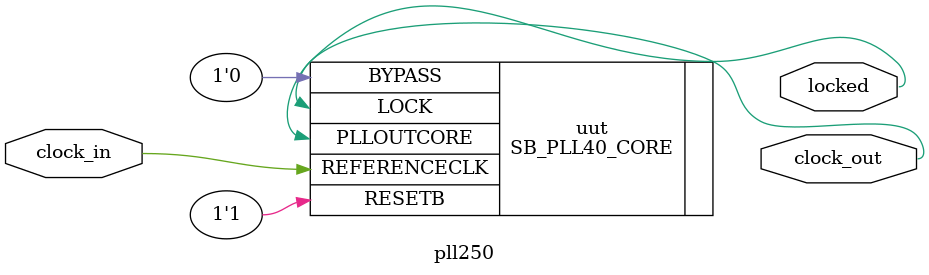
<source format=v>
/**
 * PLL configuration
 *
 * This Verilog module was generated automatically
 * using the icepll tool from the IceStorm project.
 * Use at your own risk.
 *
 * Given input frequency:        16.000 MHz
 * Requested output frequency:  252.000 MHz
 * Achieved output frequency:   252.000 MHz
 */

module pll250(
	input  clock_in,
	output clock_out,
	output locked
	);

SB_PLL40_CORE #(
		.FEEDBACK_PATH("SIMPLE"),
		.DIVR(4'b0000),		// DIVR =  0
		.DIVF(7'b0111110),	// DIVF = 62
		.DIVQ(3'b010),		// DIVQ =  2
		.FILTER_RANGE(3'b001)	// FILTER_RANGE = 1
	) uut (
		.LOCK(locked),
		.RESETB(1'b1),
		.BYPASS(1'b0),
		.REFERENCECLK(clock_in),
		.PLLOUTCORE(clock_out)
		);

endmodule

</source>
